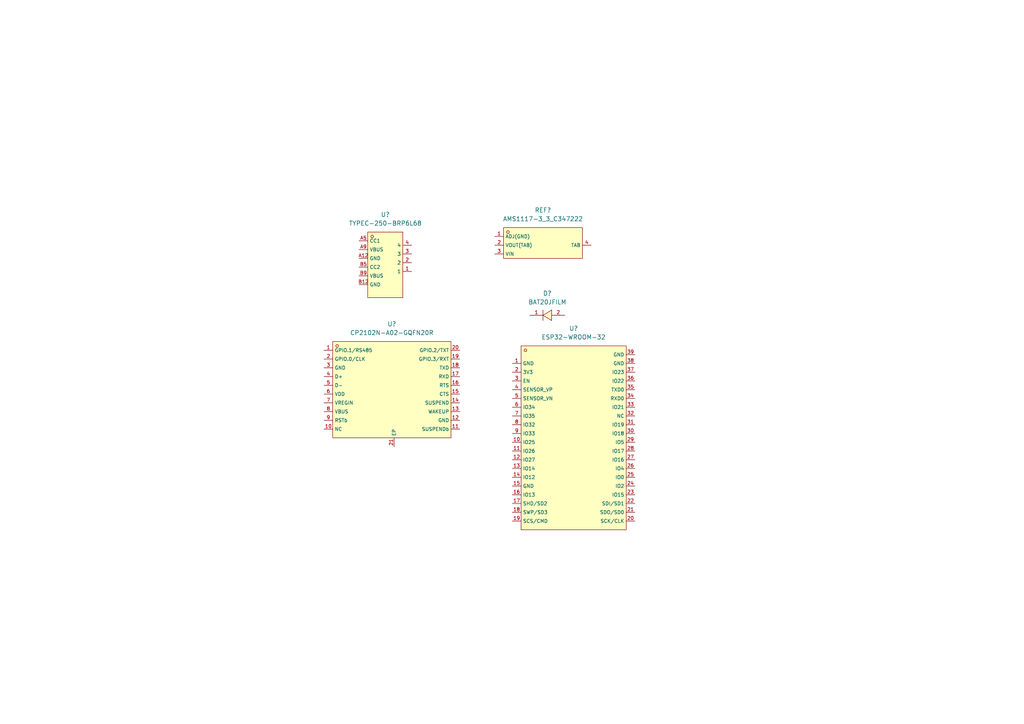
<source format=kicad_sch>
(kicad_sch (version 20211123) (generator eeschema)
  (paper "A4")
  (lib_symbols
    (symbol "JLCPCB_lib:AMS1117-3_3_C347222"
      (property "Reference" "REF" (at 0 1.27 0))
      (property "Value" "AMS1117-3_3_C347222" (at 0 -2.54 0))
      (symbol "AMS1117-3_3_C347222_0_0"
        (rectangle (start -7.62 -2.54) (end 15.24 -11.43) (fill (type background)))
        (circle (center -6.35 -3.81) (radius 0.381) (fill (type background)))
        (pin unspecified line (at -10.16 -5.08 0) (length 2.54) (name "ADJ(GND)") (number "1"))
        (pin unspecified line (at -10.16 -7.62 0) (length 2.54) (name "VOUT(TAB)") (number "2"))
        (pin unspecified line (at -10.16 -10.16 0) (length 2.54) (name "VIN") (number "3"))
        (pin unspecified line (at 17.78 -7.62 180) (length 2.54) (name "TAB") (number "4"))
      )
    )
    (symbol "JLCPCB_lib:BAT20JFILM" (pin_names hide)
      (property "Reference" "D" (at 0 1.27 0))
      (property "Value" "BAT20JFILM" (at 0 -2.54 0))
      (symbol "BAT20JFILM_0_0"
        (polyline (pts (xy -1.27 -14.224) (xy -1.27 -11.176)))
        (polyline (pts (xy 1.27 -11.176) (xy -1.27 -12.7) (xy 1.27 -14.224) (xy 1.27 -11.176)) (fill (type background)))
        (pin unspecified line (at -5.08 -12.7 0) (length 3.81) (name "K") (number "1"))
        (pin unspecified line (at 5.08 -12.7 180) (length 3.81) (name "A") (number "2"))
      )
    )
    (symbol "JLCPCB_lib:CP2102N-A02-GQFN20R"
      (property "Reference" "U" (at 0 1.27 0))
      (property "Value" "CP2102N-A02-GQFN20R" (at 0 -2.54 0))
      (symbol "CP2102N-A02-GQFN20R_0_0"
        (rectangle (start -20.32 1.27) (end 13.97 -26.67) (fill (type background)))
        (circle (center -19.05 0) (radius 0.381) (fill (type background)))
        (pin unspecified line (at -22.86 -1.27 0) (length 2.54) (name "GPIO.1/RS485") (number "1"))
        (pin unspecified line (at -22.86 -24.13 0) (length 2.54) (name "NC") (number "10"))
        (pin unspecified line (at 16.51 -24.13 180) (length 2.54) (name "SUSPENDb") (number "11"))
        (pin unspecified line (at 16.51 -21.59 180) (length 2.54) (name "GND") (number "12"))
        (pin unspecified line (at 16.51 -19.05 180) (length 2.54) (name "WAKEUP") (number "13"))
        (pin unspecified line (at 16.51 -16.51 180) (length 2.54) (name "SUSPEND") (number "14"))
        (pin unspecified line (at 16.51 -13.97 180) (length 2.54) (name "CTS") (number "15"))
        (pin unspecified line (at 16.51 -11.43 180) (length 2.54) (name "RTS") (number "16"))
        (pin unspecified line (at 16.51 -8.89 180) (length 2.54) (name "RXD") (number "17"))
        (pin unspecified line (at 16.51 -6.35 180) (length 2.54) (name "TXD") (number "18"))
        (pin unspecified line (at 16.51 -3.81 180) (length 2.54) (name "GPIO.3/RXT") (number "19"))
        (pin unspecified line (at -22.86 -3.81 0) (length 2.54) (name "GPIO.0/CLK") (number "2"))
        (pin unspecified line (at 16.51 -1.27 180) (length 2.54) (name "GPIO.2/TXT") (number "20"))
        (pin unspecified line (at -2.54 -29.21 90) (length 2.54) (name "EP") (number "21"))
        (pin unspecified line (at -22.86 -6.35 0) (length 2.54) (name "GND") (number "3"))
        (pin unspecified line (at -22.86 -8.89 0) (length 2.54) (name "D+") (number "4"))
        (pin unspecified line (at -22.86 -11.43 0) (length 2.54) (name "D-") (number "5"))
        (pin unspecified line (at -22.86 -13.97 0) (length 2.54) (name "VDD") (number "6"))
        (pin unspecified line (at -22.86 -16.51 0) (length 2.54) (name "VREGIN") (number "7"))
        (pin unspecified line (at -22.86 -19.05 0) (length 2.54) (name "VBUS") (number "8"))
        (pin unspecified line (at -22.86 -21.59 0) (length 2.54) (name "RSTb") (number "9"))
      )
    )
    (symbol "JLCPCB_lib:ESP32-WROOM-32"
      (property "Reference" "U" (at 0 1.27 0))
      (property "Value" "ESP32-WROOM-32" (at 0 -2.54 0))
      (symbol "ESP32-WROOM-32_0_0"
        (rectangle (start -15.24 15.24) (end 15.24 -38.1) (fill (type background)))
        (circle (center -13.97 13.97) (radius 0.381) (fill (type background)))
        (pin unspecified line (at -17.78 10.16 0) (length 2.54) (name "GND") (number "1"))
        (pin unspecified line (at -17.78 -12.7 0) (length 2.54) (name "IO25") (number "10"))
        (pin unspecified line (at -17.78 -15.24 0) (length 2.54) (name "IO26") (number "11"))
        (pin unspecified line (at -17.78 -17.78 0) (length 2.54) (name "IO27") (number "12"))
        (pin unspecified line (at -17.78 -20.32 0) (length 2.54) (name "IO14") (number "13"))
        (pin unspecified line (at -17.78 -22.86 0) (length 2.54) (name "IO12") (number "14"))
        (pin unspecified line (at -17.78 -25.4 0) (length 2.54) (name "GND") (number "15"))
        (pin unspecified line (at -17.78 -27.94 0) (length 2.54) (name "IO13") (number "16"))
        (pin unspecified line (at -17.78 -30.48 0) (length 2.54) (name "SHD/SD2") (number "17"))
        (pin unspecified line (at -17.78 -33.02 0) (length 2.54) (name "SWP/SD3") (number "18"))
        (pin unspecified line (at -17.78 -35.56 0) (length 2.54) (name "SCS/CMD") (number "19"))
        (pin unspecified line (at -17.78 7.62 0) (length 2.54) (name "3V3") (number "2"))
        (pin unspecified line (at 17.78 -35.56 180) (length 2.54) (name "SCK/CLK") (number "20"))
        (pin unspecified line (at 17.78 -33.02 180) (length 2.54) (name "SDO/SD0") (number "21"))
        (pin unspecified line (at 17.78 -30.48 180) (length 2.54) (name "SDI/SD1") (number "22"))
        (pin unspecified line (at 17.78 -27.94 180) (length 2.54) (name "IO15") (number "23"))
        (pin unspecified line (at 17.78 -25.4 180) (length 2.54) (name "IO2") (number "24"))
        (pin unspecified line (at 17.78 -22.86 180) (length 2.54) (name "IO0") (number "25"))
        (pin unspecified line (at 17.78 -20.32 180) (length 2.54) (name "IO4") (number "26"))
        (pin unspecified line (at 17.78 -17.78 180) (length 2.54) (name "IO16") (number "27"))
        (pin unspecified line (at 17.78 -15.24 180) (length 2.54) (name "IO17") (number "28"))
        (pin unspecified line (at 17.78 -12.7 180) (length 2.54) (name "IO5") (number "29"))
        (pin unspecified line (at -17.78 5.08 0) (length 2.54) (name "EN") (number "3"))
        (pin unspecified line (at 17.78 -10.16 180) (length 2.54) (name "IO18") (number "30"))
        (pin unspecified line (at 17.78 -7.62 180) (length 2.54) (name "IO19") (number "31"))
        (pin unspecified line (at 17.78 -5.08 180) (length 2.54) (name "NC") (number "32"))
        (pin unspecified line (at 17.78 -2.54 180) (length 2.54) (name "IO21") (number "33"))
        (pin unspecified line (at 17.78 0 180) (length 2.54) (name "RXD0") (number "34"))
        (pin unspecified line (at 17.78 2.54 180) (length 2.54) (name "TXD0") (number "35"))
        (pin unspecified line (at 17.78 5.08 180) (length 2.54) (name "IO22") (number "36"))
        (pin unspecified line (at 17.78 7.62 180) (length 2.54) (name "IO23") (number "37"))
        (pin unspecified line (at 17.78 10.16 180) (length 2.54) (name "GND") (number "38"))
        (pin unspecified line (at 17.78 12.7 180) (length 2.54) (name "GND") (number "39"))
        (pin unspecified line (at -17.78 2.54 0) (length 2.54) (name "SENSOR_VP") (number "4"))
        (pin unspecified line (at -17.78 0 0) (length 2.54) (name "SENSOR_VN") (number "5"))
        (pin unspecified line (at -17.78 -2.54 0) (length 2.54) (name "IO34") (number "6"))
        (pin unspecified line (at -17.78 -5.08 0) (length 2.54) (name "IO35") (number "7"))
        (pin unspecified line (at -17.78 -7.62 0) (length 2.54) (name "IO32") (number "8"))
        (pin unspecified line (at -17.78 -10.16 0) (length 2.54) (name "IO33") (number "9"))
      )
    )
    (symbol "JLCPCB_lib:TYPEC-250-BRP6L68"
      (property "Reference" "U" (at 0 1.27 0))
      (property "Value" "TYPEC-250-BRP6L68" (at 0 -2.54 0))
      (symbol "TYPEC-250-BRP6L68_0_0"
        (rectangle (start -5.08 1.27) (end 5.08 -17.78) (fill (type background)))
        (circle (center -3.81 0) (radius 0.381) (fill (type background)))
        (pin unspecified line (at 7.62 -10.16 180) (length 2.54) (name "1") (number "1"))
        (pin unspecified line (at 7.62 -7.62 180) (length 2.54) (name "2") (number "2"))
        (pin unspecified line (at 7.62 -5.08 180) (length 2.54) (name "3") (number "3"))
        (pin unspecified line (at 7.62 -2.54 180) (length 2.54) (name "4") (number "4"))
        (pin unspecified line (at -7.62 -6.35 0) (length 2.54) (name "GND") (number "A12"))
        (pin unspecified line (at -7.62 -1.27 0) (length 2.54) (name "CC1") (number "A5"))
        (pin unspecified line (at -7.62 -3.81 0) (length 2.54) (name "VBUS") (number "A9"))
        (pin unspecified line (at -7.62 -13.97 0) (length 2.54) (name "GND") (number "B12"))
        (pin unspecified line (at -7.62 -8.89 0) (length 2.54) (name "CC2") (number "B5"))
        (pin unspecified line (at -7.62 -11.43 0) (length 2.54) (name "VBUS") (number "B9"))
      )
    )
  )
  (symbol (lib_id "JLCPCB_lib:ESP32-WROOM-32") (at 166.37 115.57 0) (unit 1)
    (property "Reference" "U?" (at 166.37 95.25 0))
    (property "Value" "ESP32-WROOM-32" (at 166.37 97.79 0))
    (property "Footprint" "footprint:WIFIM-SMD_ESP-32S" (effects hide))
    (property "Datasheet" "https://item.szlcsc.com/84060.html" (effects hide))
    (property "LCSC" "C82899" (effects hide))
  )
  (symbol (lib_id "JLCPCB_lib:BAT20JFILM") (at 158.75 78.74 0) (unit 1)
    (property "Reference" "D?" (at 158.75 85.09 0))
    (property "Value" "BAT20JFILM" (at 158.75 87.63 0))
    (property "Footprint" "footprint:SOD-323_L1.8-W1.3-LS2.5-RD" (effects hide))
    (property "Datasheet" "https://item.szlcsc.com/295156.html" (effects hide))
    (property "LCSC" "C155590" (effects hide))
  )
  (symbol (lib_id "JLCPCB_lib:TYPEC-250-BRP6L68") (at 111.76 68.58 0) (unit 1)
    (property "Reference" "U?" (at 111.76 62.23 0))
    (property "Value" "TYPEC-250-BRP6L68" (at 111.76 64.77 0))
    (property "Footprint" "footprint:MICRO-USB-SMD_TYPEC-250-BRP6L68" (effects hide))
    (property "Datasheet" "https://atta.szlcsc.com/upload/public/pdf/source/20220321/EACDBEF88D7C0C7CE86421BC3C8584E1.pdf" (effects hide))
    (property "LCSC" "C2982533" (effects hide))
  )
  (symbol (lib_id "JLCPCB_lib:CP2102N-A02-GQFN20R") (at 116.84 100.33 0) (unit 1)
    (property "Reference" "U?" (at 113.665 93.98 0))
    (property "Value" "CP2102N-A02-GQFN20R" (at 113.665 96.52 0))
    (property "Footprint" "footprint:QFN-20_L3.0-W3.0-P0.50-BL-EP1.7_EFM8BB21F16G" (effects hide))
    (property "Datasheet" "https://item.szlcsc.com/81863.html" (effects hide))
    (property "LCSC" "C969913" (effects hide))
  )
  (symbol (lib_id "JLCPCB_lib:AMS1117-3_3_C347222") (at 153.67 63.5 0) (unit 1)
    (property "Reference" "REF?" (at 157.48 60.96 0))
    (property "Value" "AMS1117-3_3_C347222" (at 157.48 63.5 0))
    (property "Footprint" "footprint:SOT-223-4_L6.5-W3.5-P2.30-LS7.0-BR" (effects hide))
    (property "Datasheet" "https://item.szlcsc.com/84517.html" (effects hide))
    (property "LCSC" "C347222" (effects hide))
  )
)
</source>
